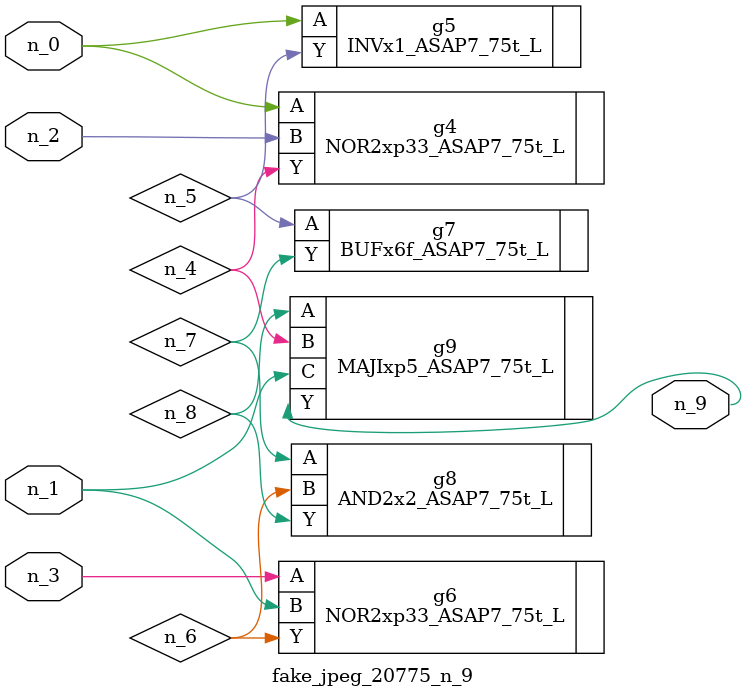
<source format=v>
module fake_jpeg_20775_n_9 (n_0, n_3, n_2, n_1, n_9);

input n_0;
input n_3;
input n_2;
input n_1;

output n_9;

wire n_4;
wire n_8;
wire n_6;
wire n_5;
wire n_7;

NOR2xp33_ASAP7_75t_L g4 ( 
.A(n_0),
.B(n_2),
.Y(n_4)
);

INVx1_ASAP7_75t_L g5 ( 
.A(n_0),
.Y(n_5)
);

NOR2xp33_ASAP7_75t_L g6 ( 
.A(n_3),
.B(n_1),
.Y(n_6)
);

BUFx6f_ASAP7_75t_L g7 ( 
.A(n_5),
.Y(n_7)
);

AND2x2_ASAP7_75t_L g8 ( 
.A(n_7),
.B(n_6),
.Y(n_8)
);

MAJIxp5_ASAP7_75t_L g9 ( 
.A(n_8),
.B(n_4),
.C(n_1),
.Y(n_9)
);


endmodule
</source>
